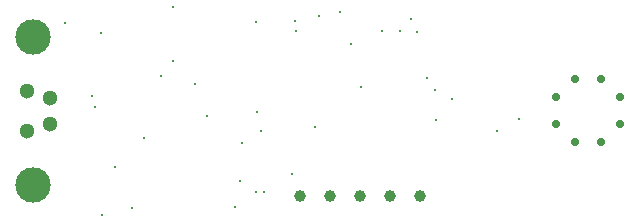
<source format=gbr>
%TF.GenerationSoftware,KiCad,Pcbnew,8.0.8*%
%TF.CreationDate,2025-03-12T20:30:22+01:00*%
%TF.ProjectId,TTS,5454532e-6b69-4636-9164-5f7063625858,rev?*%
%TF.SameCoordinates,PX2255100PY2ebae40*%
%TF.FileFunction,Plated,1,2,PTH,Drill*%
%TF.FilePolarity,Positive*%
%FSLAX46Y46*%
G04 Gerber Fmt 4.6, Leading zero omitted, Abs format (unit mm)*
G04 Created by KiCad (PCBNEW 8.0.8) date 2025-03-12 20:30:22*
%MOMM*%
%LPD*%
G01*
G04 APERTURE LIST*
%TA.AperFunction,ViaDrill*%
%ADD10C,0.300000*%
%TD*%
%TA.AperFunction,ComponentDrill*%
%ADD11C,0.700000*%
%TD*%
%TA.AperFunction,ComponentDrill*%
%ADD12C,1.000000*%
%TD*%
%TA.AperFunction,ComponentDrill*%
%ADD13C,1.300000*%
%TD*%
%TA.AperFunction,ComponentDrill*%
%ADD14C,3.000000*%
%TD*%
G04 APERTURE END LIST*
D10*
X105390000Y15470000D03*
X107660000Y9250000D03*
X107930000Y8360000D03*
X108480000Y14590000D03*
X108540000Y-810000D03*
X109680000Y3220000D03*
X111050000Y-210000D03*
X112130000Y5690000D03*
X113509382Y10960000D03*
X114520000Y12220000D03*
X114580000Y16770000D03*
X116450000Y10240000D03*
X117410000Y7590000D03*
X119830000Y-120000D03*
X120190000Y2100000D03*
X120430000Y5270000D03*
X121595000Y15550000D03*
X121600000Y1130000D03*
X121690000Y7900000D03*
X122020000Y6260000D03*
X122299883Y1117039D03*
X124624644Y2694861D03*
X124925000Y15575000D03*
X124945000Y14800000D03*
X126550000Y6610000D03*
X126950000Y16010000D03*
X128728359Y16398359D03*
X129600000Y13673526D03*
X130470000Y10050000D03*
X132295000Y14750000D03*
X133785000Y14730000D03*
X134750000Y15750000D03*
X135225000Y14680000D03*
X136100000Y10790000D03*
X136780000Y9730000D03*
X136790000Y7210000D03*
X138140000Y8995000D03*
X141960000Y6310000D03*
X143840000Y7280000D03*
D11*
%TO.C,U2*%
X146980000Y9154872D03*
X146980000Y6920000D03*
X148562564Y10737436D03*
X148562564Y5337436D03*
X150797436Y10737436D03*
X150797436Y5337436D03*
X152380000Y9154872D03*
X152380000Y6920000D03*
D12*
%TO.C,J2*%
X125280000Y810000D03*
X127820000Y810000D03*
X130360001Y810000D03*
X132900000Y810000D03*
X135440000Y810000D03*
D13*
%TO.C,J1*%
X102200000Y9700000D03*
X102200000Y6300000D03*
X104150000Y9075000D03*
X104150000Y6925000D03*
D14*
X102700000Y14250000D03*
X102700000Y1750000D03*
M02*

</source>
